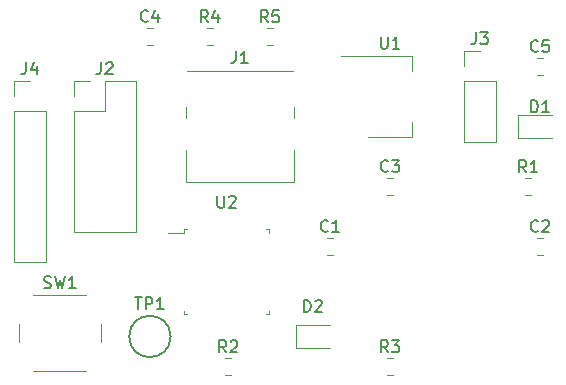
<source format=gbr>
%TF.GenerationSoftware,KiCad,Pcbnew,(6.0.5)*%
%TF.CreationDate,2024-02-02T14:17:11-06:00*%
%TF.ProjectId,exercise4_vbn3_ryfu2,65786572-6369-4736-9534-5f76626e335f,rev?*%
%TF.SameCoordinates,Original*%
%TF.FileFunction,Legend,Top*%
%TF.FilePolarity,Positive*%
%FSLAX46Y46*%
G04 Gerber Fmt 4.6, Leading zero omitted, Abs format (unit mm)*
G04 Created by KiCad (PCBNEW (6.0.5)) date 2024-02-02 14:17:11*
%MOMM*%
%LPD*%
G01*
G04 APERTURE LIST*
%ADD10C,0.150000*%
%ADD11C,0.120000*%
G04 APERTURE END LIST*
D10*
%TO.C,J1*%
X157146666Y-49507380D02*
X157146666Y-50221666D01*
X157099047Y-50364523D01*
X157003809Y-50459761D01*
X156860952Y-50507380D01*
X156765714Y-50507380D01*
X158146666Y-50507380D02*
X157575238Y-50507380D01*
X157860952Y-50507380D02*
X157860952Y-49507380D01*
X157765714Y-49650238D01*
X157670476Y-49745476D01*
X157575238Y-49793095D01*
%TO.C,R5*%
X159853333Y-47062380D02*
X159520000Y-46586190D01*
X159281904Y-47062380D02*
X159281904Y-46062380D01*
X159662857Y-46062380D01*
X159758095Y-46110000D01*
X159805714Y-46157619D01*
X159853333Y-46252857D01*
X159853333Y-46395714D01*
X159805714Y-46490952D01*
X159758095Y-46538571D01*
X159662857Y-46586190D01*
X159281904Y-46586190D01*
X160758095Y-46062380D02*
X160281904Y-46062380D01*
X160234285Y-46538571D01*
X160281904Y-46490952D01*
X160377142Y-46443333D01*
X160615238Y-46443333D01*
X160710476Y-46490952D01*
X160758095Y-46538571D01*
X160805714Y-46633809D01*
X160805714Y-46871904D01*
X160758095Y-46967142D01*
X160710476Y-47014761D01*
X160615238Y-47062380D01*
X160377142Y-47062380D01*
X160281904Y-47014761D01*
X160234285Y-46967142D01*
%TO.C,R4*%
X154773333Y-47062380D02*
X154440000Y-46586190D01*
X154201904Y-47062380D02*
X154201904Y-46062380D01*
X154582857Y-46062380D01*
X154678095Y-46110000D01*
X154725714Y-46157619D01*
X154773333Y-46252857D01*
X154773333Y-46395714D01*
X154725714Y-46490952D01*
X154678095Y-46538571D01*
X154582857Y-46586190D01*
X154201904Y-46586190D01*
X155630476Y-46395714D02*
X155630476Y-47062380D01*
X155392380Y-46014761D02*
X155154285Y-46729047D01*
X155773333Y-46729047D01*
%TO.C,J4*%
X139366666Y-50462380D02*
X139366666Y-51176666D01*
X139319047Y-51319523D01*
X139223809Y-51414761D01*
X139080952Y-51462380D01*
X138985714Y-51462380D01*
X140271428Y-50795714D02*
X140271428Y-51462380D01*
X140033333Y-50414761D02*
X139795238Y-51129047D01*
X140414285Y-51129047D01*
%TO.C,J3*%
X177466666Y-47922380D02*
X177466666Y-48636666D01*
X177419047Y-48779523D01*
X177323809Y-48874761D01*
X177180952Y-48922380D01*
X177085714Y-48922380D01*
X177847619Y-47922380D02*
X178466666Y-47922380D01*
X178133333Y-48303333D01*
X178276190Y-48303333D01*
X178371428Y-48350952D01*
X178419047Y-48398571D01*
X178466666Y-48493809D01*
X178466666Y-48731904D01*
X178419047Y-48827142D01*
X178371428Y-48874761D01*
X178276190Y-48922380D01*
X177990476Y-48922380D01*
X177895238Y-48874761D01*
X177847619Y-48827142D01*
%TO.C,J2*%
X145716666Y-50462380D02*
X145716666Y-51176666D01*
X145669047Y-51319523D01*
X145573809Y-51414761D01*
X145430952Y-51462380D01*
X145335714Y-51462380D01*
X146145238Y-50557619D02*
X146192857Y-50510000D01*
X146288095Y-50462380D01*
X146526190Y-50462380D01*
X146621428Y-50510000D01*
X146669047Y-50557619D01*
X146716666Y-50652857D01*
X146716666Y-50748095D01*
X146669047Y-50890952D01*
X146097619Y-51462380D01*
X146716666Y-51462380D01*
%TO.C,U2*%
X155578095Y-61762380D02*
X155578095Y-62571904D01*
X155625714Y-62667142D01*
X155673333Y-62714761D01*
X155768571Y-62762380D01*
X155959047Y-62762380D01*
X156054285Y-62714761D01*
X156101904Y-62667142D01*
X156149523Y-62571904D01*
X156149523Y-61762380D01*
X156578095Y-61857619D02*
X156625714Y-61810000D01*
X156720952Y-61762380D01*
X156959047Y-61762380D01*
X157054285Y-61810000D01*
X157101904Y-61857619D01*
X157149523Y-61952857D01*
X157149523Y-62048095D01*
X157101904Y-62190952D01*
X156530476Y-62762380D01*
X157149523Y-62762380D01*
%TO.C,U1*%
X169418095Y-48292380D02*
X169418095Y-49101904D01*
X169465714Y-49197142D01*
X169513333Y-49244761D01*
X169608571Y-49292380D01*
X169799047Y-49292380D01*
X169894285Y-49244761D01*
X169941904Y-49197142D01*
X169989523Y-49101904D01*
X169989523Y-48292380D01*
X170989523Y-49292380D02*
X170418095Y-49292380D01*
X170703809Y-49292380D02*
X170703809Y-48292380D01*
X170608571Y-48435238D01*
X170513333Y-48530476D01*
X170418095Y-48578095D01*
%TO.C,TP1*%
X148598095Y-70362380D02*
X149169523Y-70362380D01*
X148883809Y-71362380D02*
X148883809Y-70362380D01*
X149502857Y-71362380D02*
X149502857Y-70362380D01*
X149883809Y-70362380D01*
X149979047Y-70410000D01*
X150026666Y-70457619D01*
X150074285Y-70552857D01*
X150074285Y-70695714D01*
X150026666Y-70790952D01*
X149979047Y-70838571D01*
X149883809Y-70886190D01*
X149502857Y-70886190D01*
X151026666Y-71362380D02*
X150455238Y-71362380D01*
X150740952Y-71362380D02*
X150740952Y-70362380D01*
X150645714Y-70505238D01*
X150550476Y-70600476D01*
X150455238Y-70648095D01*
%TO.C,SW1*%
X140906666Y-69524761D02*
X141049523Y-69572380D01*
X141287619Y-69572380D01*
X141382857Y-69524761D01*
X141430476Y-69477142D01*
X141478095Y-69381904D01*
X141478095Y-69286666D01*
X141430476Y-69191428D01*
X141382857Y-69143809D01*
X141287619Y-69096190D01*
X141097142Y-69048571D01*
X141001904Y-69000952D01*
X140954285Y-68953333D01*
X140906666Y-68858095D01*
X140906666Y-68762857D01*
X140954285Y-68667619D01*
X141001904Y-68620000D01*
X141097142Y-68572380D01*
X141335238Y-68572380D01*
X141478095Y-68620000D01*
X141811428Y-68572380D02*
X142049523Y-69572380D01*
X142240000Y-68858095D01*
X142430476Y-69572380D01*
X142668571Y-68572380D01*
X143573333Y-69572380D02*
X143001904Y-69572380D01*
X143287619Y-69572380D02*
X143287619Y-68572380D01*
X143192380Y-68715238D01*
X143097142Y-68810476D01*
X143001904Y-68858095D01*
%TO.C,R3*%
X170013333Y-75002380D02*
X169680000Y-74526190D01*
X169441904Y-75002380D02*
X169441904Y-74002380D01*
X169822857Y-74002380D01*
X169918095Y-74050000D01*
X169965714Y-74097619D01*
X170013333Y-74192857D01*
X170013333Y-74335714D01*
X169965714Y-74430952D01*
X169918095Y-74478571D01*
X169822857Y-74526190D01*
X169441904Y-74526190D01*
X170346666Y-74002380D02*
X170965714Y-74002380D01*
X170632380Y-74383333D01*
X170775238Y-74383333D01*
X170870476Y-74430952D01*
X170918095Y-74478571D01*
X170965714Y-74573809D01*
X170965714Y-74811904D01*
X170918095Y-74907142D01*
X170870476Y-74954761D01*
X170775238Y-75002380D01*
X170489523Y-75002380D01*
X170394285Y-74954761D01*
X170346666Y-74907142D01*
%TO.C,R2*%
X156313333Y-75002380D02*
X155980000Y-74526190D01*
X155741904Y-75002380D02*
X155741904Y-74002380D01*
X156122857Y-74002380D01*
X156218095Y-74050000D01*
X156265714Y-74097619D01*
X156313333Y-74192857D01*
X156313333Y-74335714D01*
X156265714Y-74430952D01*
X156218095Y-74478571D01*
X156122857Y-74526190D01*
X155741904Y-74526190D01*
X156694285Y-74097619D02*
X156741904Y-74050000D01*
X156837142Y-74002380D01*
X157075238Y-74002380D01*
X157170476Y-74050000D01*
X157218095Y-74097619D01*
X157265714Y-74192857D01*
X157265714Y-74288095D01*
X157218095Y-74430952D01*
X156646666Y-75002380D01*
X157265714Y-75002380D01*
%TO.C,R1*%
X181713333Y-59762380D02*
X181380000Y-59286190D01*
X181141904Y-59762380D02*
X181141904Y-58762380D01*
X181522857Y-58762380D01*
X181618095Y-58810000D01*
X181665714Y-58857619D01*
X181713333Y-58952857D01*
X181713333Y-59095714D01*
X181665714Y-59190952D01*
X181618095Y-59238571D01*
X181522857Y-59286190D01*
X181141904Y-59286190D01*
X182665714Y-59762380D02*
X182094285Y-59762380D01*
X182380000Y-59762380D02*
X182380000Y-58762380D01*
X182284761Y-58905238D01*
X182189523Y-59000476D01*
X182094285Y-59048095D01*
%TO.C,D2*%
X162906904Y-71572380D02*
X162906904Y-70572380D01*
X163145000Y-70572380D01*
X163287857Y-70620000D01*
X163383095Y-70715238D01*
X163430714Y-70810476D01*
X163478333Y-71000952D01*
X163478333Y-71143809D01*
X163430714Y-71334285D01*
X163383095Y-71429523D01*
X163287857Y-71524761D01*
X163145000Y-71572380D01*
X162906904Y-71572380D01*
X163859285Y-70667619D02*
X163906904Y-70620000D01*
X164002142Y-70572380D01*
X164240238Y-70572380D01*
X164335476Y-70620000D01*
X164383095Y-70667619D01*
X164430714Y-70762857D01*
X164430714Y-70858095D01*
X164383095Y-71000952D01*
X163811666Y-71572380D01*
X164430714Y-71572380D01*
%TO.C,D1*%
X182141904Y-54682380D02*
X182141904Y-53682380D01*
X182380000Y-53682380D01*
X182522857Y-53730000D01*
X182618095Y-53825238D01*
X182665714Y-53920476D01*
X182713333Y-54110952D01*
X182713333Y-54253809D01*
X182665714Y-54444285D01*
X182618095Y-54539523D01*
X182522857Y-54634761D01*
X182380000Y-54682380D01*
X182141904Y-54682380D01*
X183665714Y-54682380D02*
X183094285Y-54682380D01*
X183380000Y-54682380D02*
X183380000Y-53682380D01*
X183284761Y-53825238D01*
X183189523Y-53920476D01*
X183094285Y-53968095D01*
%TO.C,C5*%
X182713333Y-49477142D02*
X182665714Y-49524761D01*
X182522857Y-49572380D01*
X182427619Y-49572380D01*
X182284761Y-49524761D01*
X182189523Y-49429523D01*
X182141904Y-49334285D01*
X182094285Y-49143809D01*
X182094285Y-49000952D01*
X182141904Y-48810476D01*
X182189523Y-48715238D01*
X182284761Y-48620000D01*
X182427619Y-48572380D01*
X182522857Y-48572380D01*
X182665714Y-48620000D01*
X182713333Y-48667619D01*
X183618095Y-48572380D02*
X183141904Y-48572380D01*
X183094285Y-49048571D01*
X183141904Y-49000952D01*
X183237142Y-48953333D01*
X183475238Y-48953333D01*
X183570476Y-49000952D01*
X183618095Y-49048571D01*
X183665714Y-49143809D01*
X183665714Y-49381904D01*
X183618095Y-49477142D01*
X183570476Y-49524761D01*
X183475238Y-49572380D01*
X183237142Y-49572380D01*
X183141904Y-49524761D01*
X183094285Y-49477142D01*
%TO.C,C4*%
X149693333Y-46937142D02*
X149645714Y-46984761D01*
X149502857Y-47032380D01*
X149407619Y-47032380D01*
X149264761Y-46984761D01*
X149169523Y-46889523D01*
X149121904Y-46794285D01*
X149074285Y-46603809D01*
X149074285Y-46460952D01*
X149121904Y-46270476D01*
X149169523Y-46175238D01*
X149264761Y-46080000D01*
X149407619Y-46032380D01*
X149502857Y-46032380D01*
X149645714Y-46080000D01*
X149693333Y-46127619D01*
X150550476Y-46365714D02*
X150550476Y-47032380D01*
X150312380Y-45984761D02*
X150074285Y-46699047D01*
X150693333Y-46699047D01*
%TO.C,C3*%
X170013333Y-59637142D02*
X169965714Y-59684761D01*
X169822857Y-59732380D01*
X169727619Y-59732380D01*
X169584761Y-59684761D01*
X169489523Y-59589523D01*
X169441904Y-59494285D01*
X169394285Y-59303809D01*
X169394285Y-59160952D01*
X169441904Y-58970476D01*
X169489523Y-58875238D01*
X169584761Y-58780000D01*
X169727619Y-58732380D01*
X169822857Y-58732380D01*
X169965714Y-58780000D01*
X170013333Y-58827619D01*
X170346666Y-58732380D02*
X170965714Y-58732380D01*
X170632380Y-59113333D01*
X170775238Y-59113333D01*
X170870476Y-59160952D01*
X170918095Y-59208571D01*
X170965714Y-59303809D01*
X170965714Y-59541904D01*
X170918095Y-59637142D01*
X170870476Y-59684761D01*
X170775238Y-59732380D01*
X170489523Y-59732380D01*
X170394285Y-59684761D01*
X170346666Y-59637142D01*
%TO.C,C2*%
X182713333Y-64717142D02*
X182665714Y-64764761D01*
X182522857Y-64812380D01*
X182427619Y-64812380D01*
X182284761Y-64764761D01*
X182189523Y-64669523D01*
X182141904Y-64574285D01*
X182094285Y-64383809D01*
X182094285Y-64240952D01*
X182141904Y-64050476D01*
X182189523Y-63955238D01*
X182284761Y-63860000D01*
X182427619Y-63812380D01*
X182522857Y-63812380D01*
X182665714Y-63860000D01*
X182713333Y-63907619D01*
X183094285Y-63907619D02*
X183141904Y-63860000D01*
X183237142Y-63812380D01*
X183475238Y-63812380D01*
X183570476Y-63860000D01*
X183618095Y-63907619D01*
X183665714Y-64002857D01*
X183665714Y-64098095D01*
X183618095Y-64240952D01*
X183046666Y-64812380D01*
X183665714Y-64812380D01*
%TO.C,C1*%
X164933333Y-64717142D02*
X164885714Y-64764761D01*
X164742857Y-64812380D01*
X164647619Y-64812380D01*
X164504761Y-64764761D01*
X164409523Y-64669523D01*
X164361904Y-64574285D01*
X164314285Y-64383809D01*
X164314285Y-64240952D01*
X164361904Y-64050476D01*
X164409523Y-63955238D01*
X164504761Y-63860000D01*
X164647619Y-63812380D01*
X164742857Y-63812380D01*
X164885714Y-63860000D01*
X164933333Y-63907619D01*
X165885714Y-64812380D02*
X165314285Y-64812380D01*
X165600000Y-64812380D02*
X165600000Y-63812380D01*
X165504761Y-63955238D01*
X165409523Y-64050476D01*
X165314285Y-64098095D01*
D11*
%TO.C,J1*%
X162075000Y-57855000D02*
X162075000Y-60585000D01*
X153005000Y-51175000D02*
X161955000Y-51175000D01*
X152885000Y-60585000D02*
X162075000Y-60585000D01*
X152885000Y-54255000D02*
X152885000Y-55155000D01*
X152885000Y-57855000D02*
X152885000Y-60585000D01*
X162075000Y-54255000D02*
X162075000Y-55155000D01*
%TO.C,R5*%
X159792936Y-47525000D02*
X160247064Y-47525000D01*
X159792936Y-48995000D02*
X160247064Y-48995000D01*
%TO.C,R4*%
X154712936Y-47525000D02*
X155167064Y-47525000D01*
X154712936Y-48995000D02*
X155167064Y-48995000D01*
%TO.C,J4*%
X138370000Y-54610000D02*
X138370000Y-67370000D01*
X138370000Y-53340000D02*
X138370000Y-52010000D01*
X138370000Y-52010000D02*
X139700000Y-52010000D01*
X138370000Y-54610000D02*
X141030000Y-54610000D01*
X138370000Y-67370000D02*
X141030000Y-67370000D01*
X141030000Y-54610000D02*
X141030000Y-67370000D01*
%TO.C,J3*%
X176470000Y-57210000D02*
X179130000Y-57210000D01*
X176470000Y-52070000D02*
X176470000Y-57210000D01*
X176470000Y-50800000D02*
X176470000Y-49470000D01*
X179130000Y-52070000D02*
X179130000Y-57210000D01*
X176470000Y-49470000D02*
X177800000Y-49470000D01*
X176470000Y-52070000D02*
X179130000Y-52070000D01*
%TO.C,J2*%
X143450000Y-53340000D02*
X143450000Y-52010000D01*
X143450000Y-54610000D02*
X143450000Y-64830000D01*
X146050000Y-52010000D02*
X148650000Y-52010000D01*
X143450000Y-54610000D02*
X146050000Y-54610000D01*
X143450000Y-52010000D02*
X144780000Y-52010000D01*
X146050000Y-54610000D02*
X146050000Y-52010000D01*
X143450000Y-64830000D02*
X148650000Y-64830000D01*
X148650000Y-52010000D02*
X148650000Y-64830000D01*
%TO.C,U2*%
X152730000Y-64580000D02*
X152730000Y-64880000D01*
X159650000Y-71800000D02*
X159950000Y-71800000D01*
X159950000Y-64580000D02*
X159950000Y-64880000D01*
X152730000Y-64880000D02*
X151415000Y-64880000D01*
X159650000Y-64580000D02*
X159950000Y-64580000D01*
X159950000Y-71800000D02*
X159950000Y-71500000D01*
X152730000Y-71800000D02*
X152730000Y-71500000D01*
X153030000Y-71800000D02*
X152730000Y-71800000D01*
X153030000Y-64580000D02*
X152730000Y-64580000D01*
%TO.C,U1*%
X166080000Y-49930000D02*
X172090000Y-49930000D01*
X168330000Y-56750000D02*
X172090000Y-56750000D01*
X172090000Y-56750000D02*
X172090000Y-55490000D01*
X172090000Y-49930000D02*
X172090000Y-51190000D01*
D10*
%TO.C,TP1*%
X151610000Y-73660000D02*
G75*
G03*
X151610000Y-73660000I-1750000J0D01*
G01*
D11*
%TO.C,SW1*%
X138740000Y-72620000D02*
X138740000Y-74120000D01*
X145740000Y-74120000D02*
X145740000Y-72620000D01*
X139990000Y-76620000D02*
X144490000Y-76620000D01*
X144490000Y-70120000D02*
X139990000Y-70120000D01*
%TO.C,R3*%
X169952936Y-76935000D02*
X170407064Y-76935000D01*
X169952936Y-75465000D02*
X170407064Y-75465000D01*
%TO.C,R2*%
X156252936Y-75465000D02*
X156707064Y-75465000D01*
X156252936Y-76935000D02*
X156707064Y-76935000D01*
%TO.C,R1*%
X181652936Y-60225000D02*
X182107064Y-60225000D01*
X181652936Y-61695000D02*
X182107064Y-61695000D01*
%TO.C,D2*%
X162215000Y-74620000D02*
X165075000Y-74620000D01*
X165075000Y-72700000D02*
X162215000Y-72700000D01*
X162215000Y-72700000D02*
X162215000Y-74620000D01*
%TO.C,D1*%
X181020000Y-56840000D02*
X183880000Y-56840000D01*
X183880000Y-54920000D02*
X181020000Y-54920000D01*
X181020000Y-54920000D02*
X181020000Y-56840000D01*
%TO.C,C5*%
X182618748Y-50065000D02*
X183141252Y-50065000D01*
X182618748Y-51535000D02*
X183141252Y-51535000D01*
%TO.C,C4*%
X149598748Y-47525000D02*
X150121252Y-47525000D01*
X149598748Y-48995000D02*
X150121252Y-48995000D01*
%TO.C,C3*%
X169918748Y-60225000D02*
X170441252Y-60225000D01*
X169918748Y-61695000D02*
X170441252Y-61695000D01*
%TO.C,C2*%
X182618748Y-65305000D02*
X183141252Y-65305000D01*
X182618748Y-66775000D02*
X183141252Y-66775000D01*
%TO.C,C1*%
X164838748Y-65305000D02*
X165361252Y-65305000D01*
X164838748Y-66775000D02*
X165361252Y-66775000D01*
%TD*%
M02*

</source>
